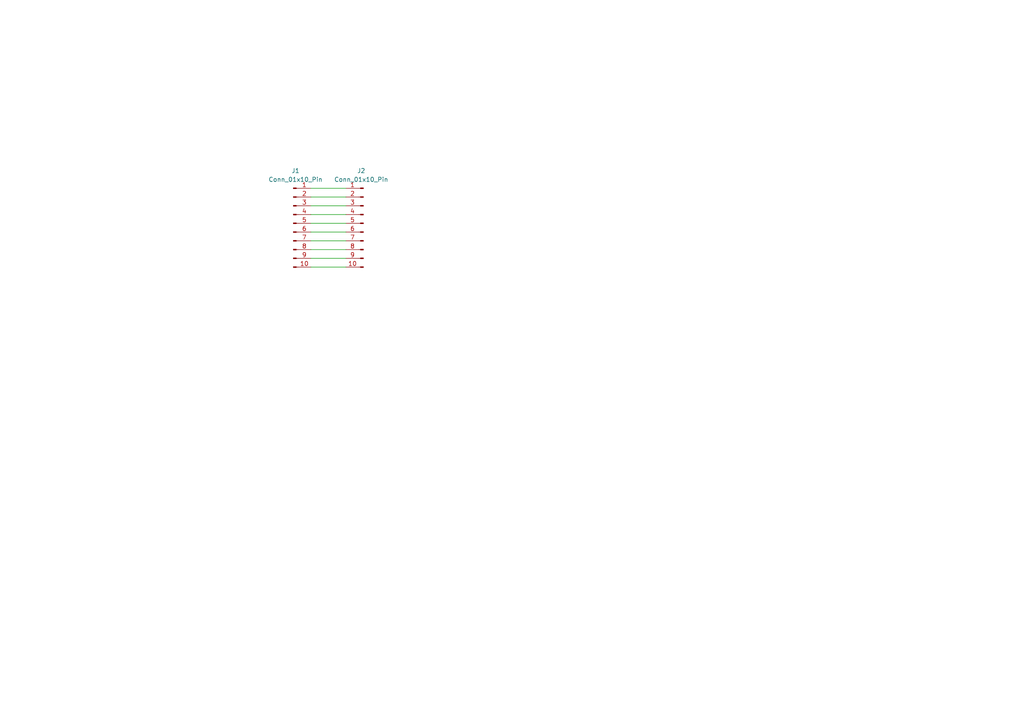
<source format=kicad_sch>
(kicad_sch (version 20231120) (generator "eeschema") (generator_version "8.0")
  (paper "A4")
  (lib_symbols
    (symbol "Connector:Conn_01x10_Pin" (pin_names (offset 1.016) hide)
      (property "Reference" "J" (at 0 12.7 0))
      (property "Value" "Conn_01x10_Pin" (at 0 -15.24 0))
      (symbol "Conn_01x10_Pin_1_1"
        (polyline (pts (xy 1.27 -12.7) (xy 0.8636 -12.7)) (stroke (width 0.1524)))
        (polyline (pts (xy 1.27 -10.16) (xy 0.8636 -10.16)) (stroke (width 0.1524)))
        (polyline (pts (xy 1.27 -7.62) (xy 0.8636 -7.62)) (stroke (width 0.1524)))
        (polyline (pts (xy 1.27 -5.08) (xy 0.8636 -5.08)) (stroke (width 0.1524)))
        (polyline (pts (xy 1.27 -2.54) (xy 0.8636 -2.54)) (stroke (width 0.1524)))
        (polyline (pts (xy 1.27 0) (xy 0.8636 0)) (stroke (width 0.1524)))
        (polyline (pts (xy 1.27 2.54) (xy 0.8636 2.54)) (stroke (width 0.1524)))
        (polyline (pts (xy 1.27 5.08) (xy 0.8636 5.08)) (stroke (width 0.1524)))
        (polyline (pts (xy 1.27 7.62) (xy 0.8636 7.62)) (stroke (width 0.1524)))
        (polyline (pts (xy 1.27 10.16) (xy 0.8636 10.16)) (stroke (width 0.1524)))
        (rectangle (start 0.8636 -12.573) (end 0 -12.827) (stroke (width 0.1524)) (fill (type outline)))
        (rectangle (start 0.8636 -10.033) (end 0 -10.287) (stroke (width 0.1524)) (fill (type outline)))
        (rectangle (start 0.8636 -7.493) (end 0 -7.747) (stroke (width 0.1524)) (fill (type outline)))
        (rectangle (start 0.8636 -4.953) (end 0 -5.207) (stroke (width 0.1524)) (fill (type outline)))
        (rectangle (start 0.8636 -2.413) (end 0 -2.667) (stroke (width 0.1524)) (fill (type outline)))
        (rectangle (start 0.8636 0.127) (end 0 -0.127) (stroke (width 0.1524)) (fill (type outline)))
        (rectangle (start 0.8636 2.667) (end 0 2.413) (stroke (width 0.1524)) (fill (type outline)))
        (rectangle (start 0.8636 5.207) (end 0 4.953) (stroke (width 0.1524)) (fill (type outline)))
        (rectangle (start 0.8636 7.747) (end 0 7.493) (stroke (width 0.1524)) (fill (type outline)))
        (rectangle (start 0.8636 10.287) (end 0 10.033) (stroke (width 0.1524)) (fill (type outline)))
        (pin passive line (at 5.08 10.16 180) (length 3.81) (name "Pin_1") (number "1"))
        (pin passive line (at 5.08 -12.7 180) (length 3.81) (name "Pin_10") (number "10"))
        (pin passive line (at 5.08 7.62 180) (length 3.81) (name "Pin_2") (number "2"))
        (pin passive line (at 5.08 5.08 180) (length 3.81) (name "Pin_3") (number "3"))
        (pin passive line (at 5.08 2.54 180) (length 3.81) (name "Pin_4") (number "4"))
        (pin passive line (at 5.08 0 180) (length 3.81) (name "Pin_5") (number "5"))
        (pin passive line (at 5.08 -2.54 180) (length 3.81) (name "Pin_6") (number "6"))
        (pin passive line (at 5.08 -5.08 180) (length 3.81) (name "Pin_7") (number "7"))
        (pin passive line (at 5.08 -7.62 180) (length 3.81) (name "Pin_8") (number "8"))
        (pin passive line (at 5.08 -10.16 180) (length 3.81) (name "Pin_9") (number "9"))
      )
    )
  )
  (wire (pts (xy 90.17 54.61) (xy 100.33 54.61)))
  (wire (pts (xy 90.17 67.31) (xy 100.33 67.31)))
  (wire (pts (xy 90.17 72.39) (xy 100.33 72.39)))
  (wire (pts (xy 90.17 64.77) (xy 100.33 64.77)))
  (wire (pts (xy 90.17 57.15) (xy 100.33 57.15)))
  (wire (pts (xy 90.17 62.23) (xy 100.33 62.23)))
  (wire (pts (xy 90.17 59.69) (xy 100.33 59.69)))
  (wire (pts (xy 90.17 69.85) (xy 100.33 69.85)))
  (wire (pts (xy 90.17 74.93) (xy 100.33 74.93)))
  (wire (pts (xy 90.17 77.47) (xy 100.33 77.47)))
  (symbol (lib_id "Connector:Conn_01x10_Pin") (at 85.09 64.77 0) (unit 1)
    (property "Reference" "J1" (at 85.725 49.53 0))
    (property "Value" "Conn_01x10_Pin" (at 85.725 52.07 0))
    (property "Footprint" "Connector_PinSocket_2.54mm:PinSocket_1x10_P2.54mm_Horizontal" (effects (hide yes)))
    (property "Description" "Generic connector, single row, 01x10, script generated" (effects (hide yes)))
  )
  (symbol (lib_id "Connector:Conn_01x10_Pin") (at 105.41 64.77 0) (mirror y) (unit 1)
    (property "Reference" "J2" (at 104.775 49.53 0))
    (property "Value" "Conn_01x10_Pin" (at 104.775 52.07 0))
    (property "Footprint" "Gzalo:LCD_PADS_10" (effects (hide yes)))
    (property "Description" "Generic connector, single row, 01x10, script generated" (effects (hide yes)))
  )
)
</source>
